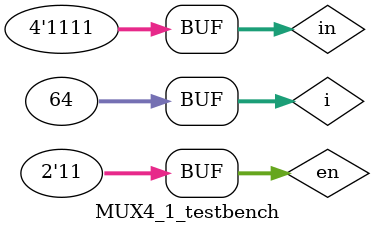
<source format=sv>
/* 4:1 Multiplexer. Depending on the en signal, it will select which
 * in will output
 * Input: [1:0] en, [3:0] in
 * Output: out
 */
`timescale 1ns/10ps
module MUX4_1 (in, en, out);
	input logic [3:0] in;
	input logic [1:0] en;
	output logic out;
	logic [1:0] not_en;
	logic [3:0] temp;
	
	not #0.05 n0 (not_en[0], en[0]);
	not #0.05 n1 (not_en[1], en[1]);
	and #0.05 a0 (temp[3], in[3], en[0], en[1]);
	and #0.05 a1 (temp[2], in[2], not_en[0], en[1]);
	and #0.05 a2 (temp[1], in[1], en[0], not_en[1]);
	and #0.05 a3 (temp[0], in[0], not_en[0], not_en[1]);
	or #0.05 o (out, temp[3], temp[2], temp[1], temp[0]);
endmodule
	
module MUX4_1_testbench ();
	logic [3:0] in;
	logic [1:0] en;
	logic out;
	MUX4_1 dut (.in, .en, .out);
	
	integer i;
	initial begin
		for(i = 0; i < 64; i++) begin
			{en, in} = i; #10;
		end
	end
endmodule
</source>
